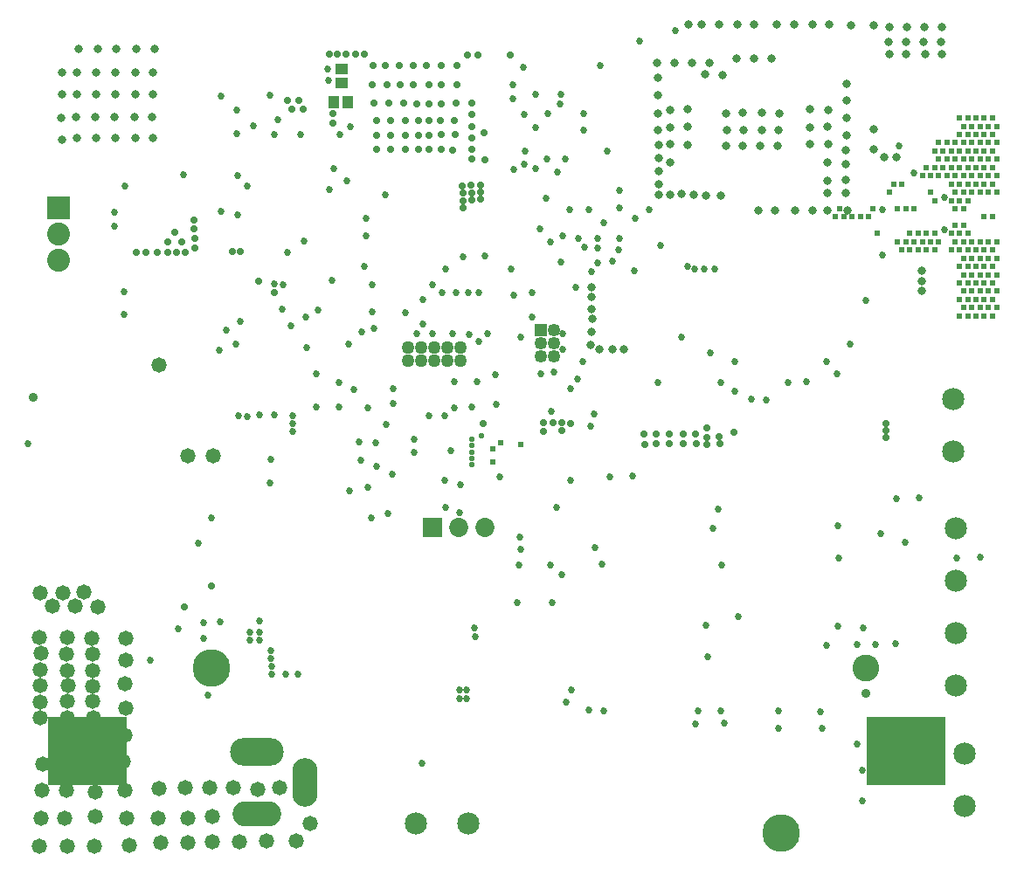
<source format=gbs>
G04*
G04 #@! TF.GenerationSoftware,Altium Limited,Altium Designer,21.3.2 (30)*
G04*
G04 Layer_Color=16711935*
%FSLAX25Y25*%
%MOIN*%
G70*
G04*
G04 #@! TF.SameCoordinates,C802B3A6-08BF-4FCB-9CCF-05BD449E4A77*
G04*
G04*
G04 #@! TF.FilePolarity,Negative*
G04*
G01*
G75*
%ADD93R,0.04343X0.04737*%
%ADD97R,0.04540X0.04147*%
%ADD143C,0.10209*%
%ADD144C,0.14383*%
%ADD145C,0.08477*%
%ADD146C,0.07296*%
%ADD147R,0.07296X0.07296*%
%ADD148O,0.09658X0.18517*%
%ADD149O,0.18517X0.09658*%
%ADD150O,0.20485X0.10642*%
%ADD151R,0.08772X0.08772*%
%ADD152C,0.08772*%
%ADD153R,0.04934X0.04934*%
%ADD154C,0.04934*%
%ADD155C,0.05013*%
%ADD156C,0.02700*%
%ADD157C,0.05800*%
%ADD158C,0.03162*%
%ADD159C,0.02769*%
%ADD160C,0.02800*%
%ADD161C,0.02375*%
%ADD162C,0.02300*%
%ADD163C,0.03556*%
%ADD201R,0.30170X0.26272*%
D93*
X127253Y288306D02*
D03*
X121938D02*
D03*
D97*
X124988Y300979D02*
D03*
Y295861D02*
D03*
D143*
X325066Y72331D02*
D03*
D144*
X75381D02*
D03*
X292704Y9339D02*
D03*
D145*
X358426Y174964D02*
D03*
Y154964D02*
D03*
X359331Y65904D02*
D03*
Y85904D02*
D03*
Y105904D02*
D03*
Y125904D02*
D03*
X362732Y39615D02*
D03*
Y19615D02*
D03*
X173341Y13207D02*
D03*
X153341D02*
D03*
D146*
X179737Y126072D02*
D03*
X169737D02*
D03*
D147*
X159737D02*
D03*
D148*
X111087Y28716D02*
D03*
D149*
X92583Y16905D02*
D03*
D150*
Y40527D02*
D03*
D151*
X17109Y248160D02*
D03*
D152*
Y238160D02*
D03*
Y228160D02*
D03*
D153*
X200824Y201340D02*
D03*
D154*
X205824D02*
D03*
X200824Y196340D02*
D03*
X205824D02*
D03*
X200824Y191340D02*
D03*
X205824D02*
D03*
D155*
X170358Y194871D02*
D03*
Y189871D02*
D03*
X165358Y194871D02*
D03*
Y189871D02*
D03*
X160358Y194871D02*
D03*
Y189871D02*
D03*
X155358Y194871D02*
D03*
Y189871D02*
D03*
X150358Y194871D02*
D03*
Y189871D02*
D03*
D156*
X110724Y235565D02*
D03*
X321621Y43434D02*
D03*
X108239Y70062D02*
D03*
X103790D02*
D03*
X52115Y75578D02*
D03*
X144682Y179021D02*
D03*
X144486Y173291D02*
D03*
X242478Y247540D02*
D03*
X192062Y97597D02*
D03*
X205263D02*
D03*
X80964Y201451D02*
D03*
X85113Y285392D02*
D03*
X212439Y178940D02*
D03*
X206029Y185405D02*
D03*
X200929Y184729D02*
D03*
X302428Y181800D02*
D03*
X230788Y232144D02*
D03*
X231029Y236417D02*
D03*
X100662Y281732D02*
D03*
X97791Y291062D02*
D03*
X79048Y290893D02*
D03*
X64653Y260836D02*
D03*
X42362Y256362D02*
D03*
X38269Y246356D02*
D03*
X38352Y241080D02*
D03*
X99436Y276159D02*
D03*
X109442Y276117D02*
D03*
X124216Y276034D02*
D03*
X128228Y279241D02*
D03*
X337738Y271611D02*
D03*
X203307Y266840D02*
D03*
X207191Y261858D02*
D03*
X120123Y296664D02*
D03*
X119742Y301180D02*
D03*
X141947Y165419D02*
D03*
X204532Y111622D02*
D03*
X137197Y202197D02*
D03*
X111694Y194769D02*
D03*
X132599Y200769D02*
D03*
X127757Y196196D02*
D03*
X343172Y261299D02*
D03*
X331280Y247286D02*
D03*
Y230235D02*
D03*
X127024Y258472D02*
D03*
X152504Y154880D02*
D03*
X137927Y158557D02*
D03*
X99305Y169153D02*
D03*
X88849Y168591D02*
D03*
X85807Y168767D02*
D03*
X93676Y169153D02*
D03*
X192830Y122374D02*
D03*
X192673Y111610D02*
D03*
X142804Y131391D02*
D03*
X134968Y141392D02*
D03*
X128000Y140117D02*
D03*
X132366Y151739D02*
D03*
X131750Y158853D02*
D03*
X78206Y193758D02*
D03*
X86284Y204759D02*
D03*
X84652Y196197D02*
D03*
X106387Y165786D02*
D03*
Y162794D02*
D03*
Y168624D02*
D03*
X105694Y203121D02*
D03*
X122087Y263086D02*
D03*
X134288Y237400D02*
D03*
Y244037D02*
D03*
X141723Y253236D02*
D03*
X121432Y220282D02*
D03*
X205047Y170357D02*
D03*
X214839Y182919D02*
D03*
X219964Y164879D02*
D03*
X221381Y169385D02*
D03*
X212369Y143978D02*
D03*
X206856Y133715D02*
D03*
X208852Y108147D02*
D03*
X216888Y189382D02*
D03*
X214232Y217778D02*
D03*
X220256Y223890D02*
D03*
X228173Y227821D02*
D03*
X222588Y236525D02*
D03*
X219230Y247555D02*
D03*
X223523Y302290D02*
D03*
X194213Y301790D02*
D03*
X185203Y145443D02*
D03*
X224340Y112008D02*
D03*
X175762Y87802D02*
D03*
X175956Y84394D02*
D03*
X169905Y64022D02*
D03*
Y60883D02*
D03*
X172660D02*
D03*
X172729Y64022D02*
D03*
X155716Y36248D02*
D03*
X183685Y184505D02*
D03*
X238530Y311720D02*
D03*
X252243Y315636D02*
D03*
X90024Y85956D02*
D03*
Y82992D02*
D03*
X98325Y70118D02*
D03*
X98237Y72997D02*
D03*
X98137Y76043D02*
D03*
X97819Y78997D02*
D03*
X93676Y82992D02*
D03*
X93741Y86221D02*
D03*
X93676Y90367D02*
D03*
X237059Y244239D02*
D03*
X211820Y247547D02*
D03*
X198879Y278676D02*
D03*
X203633Y284252D02*
D03*
X210482Y266766D02*
D03*
X208261Y287705D02*
D03*
X217317Y277712D02*
D03*
Y284252D02*
D03*
X199094Y291525D02*
D03*
X190357Y289760D02*
D03*
Y294989D02*
D03*
X209265Y194025D02*
D03*
X183991Y173167D02*
D03*
X177364Y197010D02*
D03*
X173416Y215904D02*
D03*
X180698Y199997D02*
D03*
X173533Y199696D02*
D03*
X179695Y229902D02*
D03*
X209265Y199997D02*
D03*
X208514Y227563D02*
D03*
X222588Y226940D02*
D03*
X209367Y237400D02*
D03*
X200718Y240141D02*
D03*
X204611Y235054D02*
D03*
X202859Y251652D02*
D03*
X194641Y283715D02*
D03*
X198879Y263086D02*
D03*
X208514Y291525D02*
D03*
X194844Y269791D02*
D03*
X194682Y264870D02*
D03*
X190695Y262617D02*
D03*
Y214765D02*
D03*
X193193Y198691D02*
D03*
X274823Y189382D02*
D03*
Y178007D02*
D03*
X281191Y175062D02*
D03*
X287121Y174852D02*
D03*
X309894Y189432D02*
D03*
X42114Y215949D02*
D03*
X85280Y245290D02*
D03*
X89128Y256282D02*
D03*
X91239Y279292D02*
D03*
X136538Y218794D02*
D03*
X133670Y225747D02*
D03*
X136794Y208440D02*
D03*
X153510Y199997D02*
D03*
X156111Y203615D02*
D03*
X167280Y199997D02*
D03*
X171360Y229474D02*
D03*
X164488Y224641D02*
D03*
X159737Y218794D02*
D03*
X156111Y213131D02*
D03*
X159737Y199997D02*
D03*
X104161Y231013D02*
D03*
X102653Y218794D02*
D03*
X102376Y209551D02*
D03*
X111468Y206380D02*
D03*
X115858Y208943D02*
D03*
X149282Y208126D02*
D03*
X168139Y171804D02*
D03*
Y181865D02*
D03*
X176556D02*
D03*
X42022Y207301D02*
D03*
X120157Y255262D02*
D03*
X189639Y224766D02*
D03*
X197723Y206380D02*
D03*
Y215803D02*
D03*
X224837Y242360D02*
D03*
X152504Y159762D02*
D03*
X168814Y215904D02*
D03*
X174768Y172223D02*
D03*
X164438Y168767D02*
D03*
X166588Y155387D02*
D03*
X158303Y168624D02*
D03*
X138433Y149334D02*
D03*
X124119Y172049D02*
D03*
X134968Y171607D02*
D03*
X163294Y215803D02*
D03*
X177313Y215904D02*
D03*
X215313Y236525D02*
D03*
X217551Y233111D02*
D03*
X222588Y232681D02*
D03*
X236499Y224136D02*
D03*
X256826Y225903D02*
D03*
X267328Y224766D02*
D03*
X263247D02*
D03*
X259541D02*
D03*
X246548Y233785D02*
D03*
X226330Y269791D02*
D03*
X235954Y145896D02*
D03*
X227437Y145443D02*
D03*
X324931Y212714D02*
D03*
X318957Y196027D02*
D03*
X295221Y181322D02*
D03*
X269719D02*
D03*
X245760D02*
D03*
X313891Y184763D02*
D03*
X355029Y239673D02*
D03*
X354902Y252205D02*
D03*
X254614Y198655D02*
D03*
X265568Y192607D02*
D03*
X308478Y49284D02*
D03*
X291561Y49294D02*
D03*
X323793Y21679D02*
D03*
X271042Y51504D02*
D03*
X260127Y50951D02*
D03*
X263952Y88713D02*
D03*
X264595Y76905D02*
D03*
X212548Y64022D02*
D03*
X219222Y56345D02*
D03*
X210550Y59475D02*
D03*
X144446Y146437D02*
D03*
X164488Y133715D02*
D03*
X164438Y143978D02*
D03*
X169905Y131781D02*
D03*
X170352Y142466D02*
D03*
X336469Y81606D02*
D03*
X328661Y81499D02*
D03*
X321621Y81343D02*
D03*
X309930Y81073D02*
D03*
X62484Y87572D02*
D03*
X73858Y61987D02*
D03*
X72214Y83629D02*
D03*
X129648Y178789D02*
D03*
X123848Y181314D02*
D03*
X79149Y246689D02*
D03*
X99292Y218996D02*
D03*
X75254Y129725D02*
D03*
X115227Y172223D02*
D03*
X115172Y184739D02*
D03*
X70389Y120085D02*
D03*
X78506Y90010D02*
D03*
X72165Y89935D02*
D03*
X136276Y129725D02*
D03*
X221571Y118316D02*
D03*
X193193Y117797D02*
D03*
X270082Y111825D02*
D03*
X276385Y91947D02*
D03*
X323764Y33434D02*
D03*
X368749Y114605D02*
D03*
X359601Y114371D02*
D03*
X339827Y120512D02*
D03*
X330633Y123871D02*
D03*
X336788Y137120D02*
D03*
X345412Y137321D02*
D03*
X314375Y126620D02*
D03*
X268555Y133151D02*
D03*
X266786Y125835D02*
D03*
X97908Y152047D02*
D03*
X97675Y143043D02*
D03*
X224836Y56035D02*
D03*
X260997Y56030D02*
D03*
X269535D02*
D03*
X314375Y88401D02*
D03*
X323918Y87640D02*
D03*
X291561Y56035D02*
D03*
X307534Y55606D02*
D03*
X314696Y114371D02*
D03*
X5305Y158206D02*
D03*
X85113Y276525D02*
D03*
X85280Y260462D02*
D03*
X231025Y248040D02*
D03*
Y254826D02*
D03*
D157*
X20630Y35641D02*
D03*
X41559Y36665D02*
D03*
X30297Y53486D02*
D03*
X32339Y36080D02*
D03*
X42157Y46672D02*
D03*
X14756Y96075D02*
D03*
X23185D02*
D03*
X29735Y83833D02*
D03*
X29848Y77651D02*
D03*
X29847Y71582D02*
D03*
Y65512D02*
D03*
X30072Y59668D02*
D03*
X20406Y53599D02*
D03*
X20294Y59780D02*
D03*
X20631Y65625D02*
D03*
X20182Y71357D02*
D03*
X19844Y77652D02*
D03*
X20294Y83945D02*
D03*
X9729Y84057D02*
D03*
X10291Y78213D02*
D03*
X9954Y71694D02*
D03*
X9954Y65737D02*
D03*
Y59443D02*
D03*
Y53486D02*
D03*
X32022Y95621D02*
D03*
X26648Y101273D02*
D03*
X18516Y100997D02*
D03*
X10108D02*
D03*
X42774Y83629D02*
D03*
X101174Y26683D02*
D03*
X92905Y26269D02*
D03*
X83532Y26820D02*
D03*
X112891Y13174D02*
D03*
X107653Y6421D02*
D03*
X96213D02*
D03*
X85875Y6145D02*
D03*
X75537D02*
D03*
Y15931D02*
D03*
X74710Y26820D02*
D03*
X65475Y26682D02*
D03*
X66302Y15242D02*
D03*
X66164Y5731D02*
D03*
X10970Y35933D02*
D03*
X19966Y25834D02*
D03*
X31089Y25102D02*
D03*
X10530Y25834D02*
D03*
X42428D02*
D03*
X55826Y5731D02*
D03*
X55454Y26273D02*
D03*
X54948Y15098D02*
D03*
X43876Y4801D02*
D03*
X31142Y15632D02*
D03*
X76112Y153276D02*
D03*
X66313D02*
D03*
X55238Y188206D02*
D03*
X42561Y75389D02*
D03*
X42359Y66450D02*
D03*
X42561Y56965D02*
D03*
X43093Y15098D02*
D03*
X19433D02*
D03*
X10402D02*
D03*
X30502Y4292D02*
D03*
X20311D02*
D03*
X9665D02*
D03*
D158*
X18308Y299765D02*
D03*
X18196Y291504D02*
D03*
X18140Y282400D02*
D03*
X18196Y274251D02*
D03*
X263550Y299002D02*
D03*
X270360Y298932D02*
D03*
X310302Y265507D02*
D03*
X310579Y272317D02*
D03*
X303771Y272316D02*
D03*
X310371Y279055D02*
D03*
X303632Y278847D02*
D03*
X303700Y285726D02*
D03*
X310579Y285518D02*
D03*
X250363Y265438D02*
D03*
X257104Y272246D02*
D03*
X250295Y272455D02*
D03*
X256895Y279125D02*
D03*
X250434Y278777D02*
D03*
X257104Y285656D02*
D03*
X271555Y284127D02*
D03*
X250434Y285586D02*
D03*
X38548Y274869D02*
D03*
X336703Y267509D02*
D03*
X328072Y278223D02*
D03*
X219964Y195844D02*
D03*
X289068Y304942D02*
D03*
X220256Y209495D02*
D03*
Y214141D02*
D03*
X232812Y194173D02*
D03*
X228275Y194032D02*
D03*
X223331Y194050D02*
D03*
X220256Y200919D02*
D03*
X220525Y205860D02*
D03*
X220256Y217778D02*
D03*
X275683Y304942D02*
D03*
X282376D02*
D03*
X331897Y267509D02*
D03*
X327963Y270465D02*
D03*
X317320Y264753D02*
D03*
X317407Y270178D02*
D03*
X257367Y317946D02*
D03*
X291890Y284127D02*
D03*
X285400Y284468D02*
D03*
X278033D02*
D03*
X271905Y277712D02*
D03*
X278320D02*
D03*
X285160D02*
D03*
X291801D02*
D03*
X319327Y317826D02*
D03*
X328004D02*
D03*
X269539Y252764D02*
D03*
X264137D02*
D03*
X259417Y253076D02*
D03*
X254643Y253477D02*
D03*
X250445Y253076D02*
D03*
X246114D02*
D03*
X246143Y257130D02*
D03*
X246114Y262218D02*
D03*
Y267090D02*
D03*
Y272208D02*
D03*
X334055Y306711D02*
D03*
X340272D02*
D03*
X347536D02*
D03*
X353850D02*
D03*
X317359Y253869D02*
D03*
X317231Y258651D02*
D03*
X310402Y258509D02*
D03*
Y253869D02*
D03*
Y246957D02*
D03*
X23757Y282746D02*
D03*
X24097Y274869D02*
D03*
Y291460D02*
D03*
Y299869D02*
D03*
X24639Y308660D02*
D03*
X31022Y282746D02*
D03*
X31361Y299869D02*
D03*
Y291460D02*
D03*
Y274869D02*
D03*
X31904Y308660D02*
D03*
X38208Y282746D02*
D03*
X38548Y299869D02*
D03*
Y291460D02*
D03*
X39090Y308660D02*
D03*
X46193Y274869D02*
D03*
X53016D02*
D03*
X45854Y282746D02*
D03*
X52677D02*
D03*
X46193Y291460D02*
D03*
X53016D02*
D03*
X46193Y299869D02*
D03*
X53016D02*
D03*
X46736Y308660D02*
D03*
X53558D02*
D03*
X317495Y275635D02*
D03*
X333598Y311274D02*
D03*
X340239D02*
D03*
X347079D02*
D03*
X353494D02*
D03*
X333937Y316972D02*
D03*
X340577D02*
D03*
X347417D02*
D03*
X353832D02*
D03*
X245760Y277712D02*
D03*
X262480Y317946D02*
D03*
X251876Y303378D02*
D03*
X245760Y284127D02*
D03*
Y290967D02*
D03*
X245462Y303378D02*
D03*
X258717D02*
D03*
X245760Y297608D02*
D03*
X271555Y271759D02*
D03*
X283984Y246957D02*
D03*
X290399D02*
D03*
X277970Y271759D02*
D03*
X346387Y216374D02*
D03*
Y220137D02*
D03*
Y224237D02*
D03*
X304663Y246957D02*
D03*
X317918D02*
D03*
X298022D02*
D03*
X291451Y271759D02*
D03*
X282376Y317946D02*
D03*
X275960D02*
D03*
X265357Y303378D02*
D03*
X291114Y317946D02*
D03*
X284810Y271759D02*
D03*
X297754Y317946D02*
D03*
X269120D02*
D03*
X304594D02*
D03*
X311009D02*
D03*
X317495Y295531D02*
D03*
Y289116D02*
D03*
Y282276D02*
D03*
D159*
X171209Y248054D02*
D03*
X179664Y266494D02*
D03*
X104204Y289016D02*
D03*
X120168Y306799D02*
D03*
X133742Y306726D02*
D03*
X121586Y280527D02*
D03*
X121512Y284114D02*
D03*
X105961Y285797D02*
D03*
X110279Y285760D02*
D03*
X136794Y295268D02*
D03*
X126754Y306690D02*
D03*
X212471Y165901D02*
D03*
X189421Y306572D02*
D03*
X108523Y289017D02*
D03*
X123351Y306690D02*
D03*
X130376Y306799D02*
D03*
X168691Y288203D02*
D03*
X163015Y287862D02*
D03*
X158413D02*
D03*
X153662D02*
D03*
X148529Y288203D02*
D03*
X142862D02*
D03*
X137164D02*
D03*
X167482Y270159D02*
D03*
X168383Y276131D02*
D03*
X168075Y281328D02*
D03*
X163015Y270424D02*
D03*
Y276131D02*
D03*
X162810Y281328D02*
D03*
X158413Y270424D02*
D03*
Y275907D02*
D03*
Y281328D02*
D03*
X154282Y270424D02*
D03*
Y275750D02*
D03*
Y281328D02*
D03*
X332512Y160301D02*
D03*
X332530Y165880D02*
D03*
X269027Y160676D02*
D03*
X269281Y158007D02*
D03*
X264340Y157723D02*
D03*
X264297Y164087D02*
D03*
X260205Y158007D02*
D03*
X255309Y157952D02*
D03*
X250029D02*
D03*
X244909Y158007D02*
D03*
X240486Y157845D02*
D03*
X209053Y163231D02*
D03*
X202095Y162794D02*
D03*
X178088Y251563D02*
D03*
X174753Y251076D02*
D03*
X178088Y254133D02*
D03*
X174717Y253924D02*
D03*
X177960Y256728D02*
D03*
X174459D02*
D03*
X171244Y250798D02*
D03*
X171175Y253890D02*
D03*
X171052Y256589D02*
D03*
X179212Y276707D02*
D03*
X65409Y231018D02*
D03*
X46736D02*
D03*
X61257Y238640D02*
D03*
X58533Y235181D02*
D03*
X63867D02*
D03*
X50282Y231018D02*
D03*
X54561D02*
D03*
X58633D02*
D03*
X61917D02*
D03*
X68971Y232671D02*
D03*
Y236333D02*
D03*
X68789Y239956D02*
D03*
X68526Y243485D02*
D03*
X83199Y231525D02*
D03*
X99292Y215904D02*
D03*
X93304Y219983D02*
D03*
X86284Y231525D02*
D03*
X208852Y166025D02*
D03*
X332512Y163072D02*
D03*
X202095Y166044D02*
D03*
X179019Y165901D02*
D03*
X205739Y166025D02*
D03*
X274509Y162489D02*
D03*
X264297Y160591D02*
D03*
X240386Y161845D02*
D03*
X250044Y161646D02*
D03*
X255265D02*
D03*
X244960Y161778D02*
D03*
X259894Y161779D02*
D03*
X143770Y275817D02*
D03*
X149282Y281328D02*
D03*
X138259Y270305D02*
D03*
X149282D02*
D03*
Y275817D02*
D03*
X143770Y270305D02*
D03*
Y281328D02*
D03*
X138259Y275817D02*
D03*
Y281328D02*
D03*
X176882Y306360D02*
D03*
X173004Y306433D02*
D03*
X174766Y266812D02*
D03*
Y270410D02*
D03*
Y274666D02*
D03*
Y279017D02*
D03*
Y283715D02*
D03*
Y288046D02*
D03*
X169091Y295013D02*
D03*
X163106Y295150D02*
D03*
X158177Y295077D02*
D03*
X152467D02*
D03*
X147299D02*
D03*
X142166Y295268D02*
D03*
X168886Y302290D02*
D03*
X163106Y302356D02*
D03*
X157395Y302425D02*
D03*
X152228Y302391D02*
D03*
X147094D02*
D03*
X141723Y302357D02*
D03*
X136929Y302357D02*
D03*
D160*
X75483Y103820D02*
D03*
X65007Y95825D02*
D03*
D161*
X373286Y282413D02*
D03*
X374860Y279264D02*
D03*
X373286Y276114D02*
D03*
X374860Y272964D02*
D03*
X373286Y269815D02*
D03*
X374860Y266665D02*
D03*
X373286Y263516D02*
D03*
X374860Y260366D02*
D03*
X373286Y257216D02*
D03*
X374860Y254067D02*
D03*
X373286Y244618D02*
D03*
X374860Y235169D02*
D03*
X373286Y232019D02*
D03*
X374860Y228870D02*
D03*
X373286Y225720D02*
D03*
X374860Y222571D02*
D03*
X373286Y219421D02*
D03*
X374860Y216271D02*
D03*
X373286Y213122D02*
D03*
X374860Y209972D02*
D03*
X373286Y206823D02*
D03*
X370136Y282413D02*
D03*
X371711Y279264D02*
D03*
X370136Y276114D02*
D03*
X371711Y272964D02*
D03*
X370136Y269815D02*
D03*
X371711Y266665D02*
D03*
X370136Y263516D02*
D03*
X371711Y260366D02*
D03*
X370136Y257216D02*
D03*
X371711Y254067D02*
D03*
X370136Y244618D02*
D03*
X371711Y235169D02*
D03*
X370136Y232019D02*
D03*
X371711Y228870D02*
D03*
X370136Y225720D02*
D03*
X371711Y222571D02*
D03*
X370136Y219421D02*
D03*
X371711Y216271D02*
D03*
X370136Y213122D02*
D03*
X371711Y209972D02*
D03*
X370136Y206823D02*
D03*
X366986Y282413D02*
D03*
X368561Y279264D02*
D03*
X366986Y276114D02*
D03*
X368561Y272964D02*
D03*
X366986Y269815D02*
D03*
X368561Y266665D02*
D03*
X366986Y263516D02*
D03*
X368561Y260366D02*
D03*
X366986Y257216D02*
D03*
X368561Y254067D02*
D03*
Y235169D02*
D03*
X366986Y232019D02*
D03*
X368561Y228870D02*
D03*
X366986Y225720D02*
D03*
X368561Y222571D02*
D03*
X366986Y219421D02*
D03*
X368561Y216271D02*
D03*
X366986Y213122D02*
D03*
X368561Y209972D02*
D03*
X366986Y206823D02*
D03*
X363837Y282413D02*
D03*
X365411Y279264D02*
D03*
X363837Y276114D02*
D03*
X365411Y272964D02*
D03*
X363837Y269815D02*
D03*
X365411Y266665D02*
D03*
X363837Y263516D02*
D03*
X365411Y260366D02*
D03*
X363837Y257216D02*
D03*
X365411Y254067D02*
D03*
X363837Y250917D02*
D03*
Y238319D02*
D03*
X365411Y235169D02*
D03*
X363837Y232019D02*
D03*
X365411Y228870D02*
D03*
X363837Y225720D02*
D03*
X365411Y222571D02*
D03*
X363837Y219421D02*
D03*
X365411Y216271D02*
D03*
X363837Y213122D02*
D03*
X365411Y209972D02*
D03*
X363837Y206823D02*
D03*
X360687Y282413D02*
D03*
X362262Y279264D02*
D03*
X360687Y276114D02*
D03*
X362262Y272964D02*
D03*
X360687Y269815D02*
D03*
X362262Y266665D02*
D03*
X360687Y263516D02*
D03*
X362262Y260366D02*
D03*
X360687Y257216D02*
D03*
X362262Y254067D02*
D03*
X360687Y250917D02*
D03*
X362262Y247767D02*
D03*
Y241468D02*
D03*
X360687Y238319D02*
D03*
X362262Y235169D02*
D03*
X360687Y232019D02*
D03*
X362262Y228870D02*
D03*
X360687Y225720D02*
D03*
X362262Y222571D02*
D03*
X360687Y219421D02*
D03*
X362262Y216271D02*
D03*
X360687Y213122D02*
D03*
X362262Y209972D02*
D03*
X360687Y206823D02*
D03*
X359112Y272964D02*
D03*
X357537Y269815D02*
D03*
X359112Y266665D02*
D03*
X357537Y263516D02*
D03*
X359112Y260366D02*
D03*
X357537Y257216D02*
D03*
X359112Y254067D02*
D03*
X357537Y250917D02*
D03*
X359112Y247767D02*
D03*
Y241468D02*
D03*
X357537Y238319D02*
D03*
X359112Y235169D02*
D03*
X357537Y232019D02*
D03*
X355963Y272964D02*
D03*
X354388Y269815D02*
D03*
X355963Y266665D02*
D03*
X354388Y263516D02*
D03*
X355963Y260366D02*
D03*
X352813Y272964D02*
D03*
X351238Y269815D02*
D03*
X352813Y266665D02*
D03*
X351238Y263516D02*
D03*
X352813Y260366D02*
D03*
X351238Y250917D02*
D03*
Y238319D02*
D03*
X352813Y235169D02*
D03*
X351238Y232019D02*
D03*
X348089Y263516D02*
D03*
X349663Y260366D02*
D03*
Y254067D02*
D03*
X348089Y238319D02*
D03*
X349663Y235169D02*
D03*
X348089Y232019D02*
D03*
X346514Y260366D02*
D03*
X344939Y238319D02*
D03*
X346514Y235169D02*
D03*
X344939Y232019D02*
D03*
X343364Y247767D02*
D03*
X341789Y238319D02*
D03*
X343364Y235169D02*
D03*
X341789Y232019D02*
D03*
X338640Y257216D02*
D03*
X340215Y247767D02*
D03*
Y235169D02*
D03*
X338640Y232019D02*
D03*
X335490Y257216D02*
D03*
X337065Y247767D02*
D03*
Y235169D02*
D03*
X333915Y254067D02*
D03*
X329191Y238319D02*
D03*
X327616Y247767D02*
D03*
X326041Y244618D02*
D03*
X322892D02*
D03*
X319742D02*
D03*
X316593D02*
D03*
X315018Y247767D02*
D03*
X313443Y244618D02*
D03*
X182681Y155960D02*
D03*
X185552Y158557D02*
D03*
X193193Y157707D02*
D03*
X182647Y150993D02*
D03*
D162*
X174688Y157536D02*
D03*
X174557Y159813D02*
D03*
X178181Y161166D02*
D03*
X174557Y154846D02*
D03*
X174676Y152378D02*
D03*
X174768Y150127D02*
D03*
D163*
X325110Y62648D02*
D03*
X7221Y175708D02*
D03*
D201*
X27862Y40835D02*
D03*
X340224D02*
D03*
M02*

</source>
